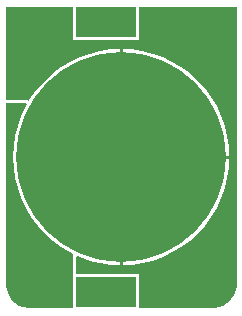
<source format=gbl>
G04*
G04 #@! TF.GenerationSoftware,Altium Limited,Altium Designer,19.0.10 (269)*
G04*
G04 Layer_Physical_Order=2*
G04 Layer_Color=16711680*
%FSLAX25Y25*%
%MOIN*%
G70*
G01*
G75*
%ADD45C,0.02000*%
%ADD46C,0.70000*%
%ADD47R,0.20000X0.10000*%
G36*
X78471Y10000D02*
Y9166D01*
X78145Y7529D01*
X77507Y5988D01*
X76580Y4600D01*
X75400Y3420D01*
X74012Y2493D01*
X72471Y1855D01*
X70834Y1529D01*
X46000D01*
Y13000D01*
X25020D01*
Y18794D01*
X25442Y19062D01*
X26207Y18700D01*
X29537Y17509D01*
X32968Y16649D01*
X36467Y16130D01*
X39500Y15981D01*
Y52000D01*
Y88019D01*
X36467Y87870D01*
X32968Y87351D01*
X29537Y86491D01*
X26207Y85300D01*
X23009Y83788D01*
X19975Y81969D01*
X17134Y79862D01*
X14514Y77486D01*
X12138Y74866D01*
X10031Y72025D01*
X9425Y71013D01*
X9338Y70949D01*
X9317Y70937D01*
X8995Y70824D01*
X8771Y70895D01*
X8700Y70942D01*
X8639Y70954D01*
X8582Y70983D01*
X8445Y70993D01*
X8310Y71020D01*
X1529D01*
Y102000D01*
X24000D01*
Y91000D01*
X46000D01*
Y102000D01*
X78471D01*
Y10000D01*
D02*
G37*
G36*
X8557Y69565D02*
X8213Y68991D01*
X6700Y65793D01*
X5509Y62463D01*
X4649Y59032D01*
X4130Y55533D01*
X3957Y52000D01*
X4130Y48467D01*
X4649Y44968D01*
X5509Y41537D01*
X6700Y38207D01*
X8213Y35009D01*
X10031Y31975D01*
X12138Y29134D01*
X14514Y26513D01*
X17134Y24138D01*
X19975Y22031D01*
X23009Y20212D01*
X24000Y19744D01*
Y13000D01*
Y1529D01*
X9166D01*
X7529Y1855D01*
X5988Y2493D01*
X4600Y3420D01*
X3420Y4600D01*
X2493Y5988D01*
X1855Y7529D01*
X1529Y9166D01*
Y10000D01*
Y70000D01*
X8310D01*
X8557Y69565D01*
D02*
G37*
%LPC*%
G36*
X40500Y88019D02*
Y52500D01*
X76019D01*
X75870Y55533D01*
X75351Y59032D01*
X74491Y62463D01*
X73300Y65793D01*
X71788Y68991D01*
X69969Y72025D01*
X67862Y74866D01*
X65487Y77486D01*
X62866Y79862D01*
X60025Y81969D01*
X56991Y83788D01*
X53793Y85300D01*
X50463Y86491D01*
X47032Y87351D01*
X43533Y87870D01*
X40500Y88019D01*
D02*
G37*
G36*
X76019Y51500D02*
X40500D01*
Y15981D01*
X43533Y16130D01*
X47032Y16649D01*
X50463Y17509D01*
X53793Y18700D01*
X56991Y20212D01*
X60025Y22031D01*
X62866Y24138D01*
X65487Y26513D01*
X67862Y29134D01*
X69969Y31975D01*
X71788Y35009D01*
X73300Y38207D01*
X74491Y41537D01*
X75351Y44968D01*
X75870Y48467D01*
X76019Y51500D01*
D02*
G37*
%LPD*%
D45*
X16000Y35032D02*
D03*
X21930Y98500D02*
D03*
X13200D02*
D03*
X4471D02*
D03*
X74012D02*
D03*
X61298D02*
D03*
X48583D02*
D03*
X39000Y9142D02*
D03*
X30000D02*
D03*
X28000Y81150D02*
D03*
X14752Y72220D02*
D03*
X5000Y10000D02*
D03*
Y36000D02*
D03*
Y66902D02*
D03*
X19740Y16000D02*
D03*
X32000Y75902D02*
D03*
X34000Y57000D02*
D03*
X43150Y62000D02*
D03*
Y67902D02*
D03*
Y76000D02*
D03*
Y84000D02*
D03*
X21150Y57000D02*
D03*
X40000Y50000D02*
D03*
X64000Y30000D02*
D03*
X18000Y26858D02*
D03*
X48000Y62000D02*
D03*
Y38000D02*
D03*
D46*
X40000Y52000D02*
D03*
D47*
X35000Y7000D02*
D03*
Y97000D02*
D03*
M02*

</source>
